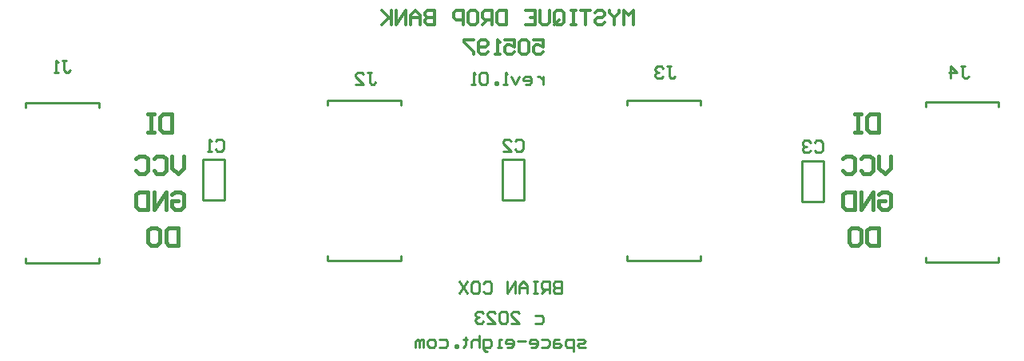
<source format=gbo>
%FSLAX25Y25*%
%MOIN*%
G70*
G01*
G75*
G04 Layer_Color=33789*
%ADD10R,0.05906X0.05906*%
%ADD11R,0.05906X0.05906*%
%ADD12C,0.02500*%
%ADD13C,0.16500*%
%ADD14C,0.04000*%
%ADD15R,0.17716X0.12205*%
%ADD16R,0.08000X0.05000*%
%ADD17C,0.05000*%
%ADD18C,0.01000*%
%ADD19C,0.01200*%
%ADD20C,0.01500*%
D18*
X1309441Y913122D02*
Y915091D01*
X1339953D01*
Y913122D02*
Y915091D01*
X1309441Y848161D02*
Y850130D01*
Y848161D02*
X1339953D01*
Y850130D01*
X1184941Y913622D02*
Y915591D01*
X1215453D01*
Y913622D02*
Y915591D01*
X1184941Y848661D02*
Y850630D01*
Y848661D02*
X1215453D01*
Y850630D01*
X1059941Y913622D02*
Y915591D01*
X1090453D01*
Y913622D02*
Y915591D01*
X1059941Y848661D02*
Y850630D01*
Y848661D02*
X1090453D01*
Y850630D01*
X933941Y912622D02*
Y914591D01*
X964453D01*
Y912622D02*
Y914591D01*
X933941Y847661D02*
Y849630D01*
Y847661D02*
X964453D01*
Y849630D01*
X1257984Y873484D02*
Y890516D01*
X1267016D01*
Y873484D02*
Y890516D01*
X1257984Y873484D02*
X1267016D01*
X1007984Y873984D02*
Y891016D01*
X1017016D01*
Y873984D02*
Y891016D01*
X1007984Y873984D02*
X1017016D01*
X1132984D02*
Y891016D01*
X1142016D01*
Y873984D02*
Y891016D01*
X1132984Y873984D02*
X1142016D01*
X1013168Y898665D02*
X1014001Y899498D01*
X1015667D01*
X1016500Y898665D01*
Y895333D01*
X1015667Y894500D01*
X1014001D01*
X1013168Y895333D01*
X1011502Y894500D02*
X1009836D01*
X1010669D01*
Y899498D01*
X1011502Y898665D01*
X1263168Y898165D02*
X1264001Y898998D01*
X1265667D01*
X1266500Y898165D01*
Y894833D01*
X1265667Y894000D01*
X1264001D01*
X1263168Y894833D01*
X1261502Y898165D02*
X1260669Y898998D01*
X1259002D01*
X1258169Y898165D01*
Y897332D01*
X1259002Y896499D01*
X1259836D01*
X1259002D01*
X1258169Y895666D01*
Y894833D01*
X1259002Y894000D01*
X1260669D01*
X1261502Y894833D01*
X949168Y932498D02*
X950834D01*
X950001D01*
Y928333D01*
X950834Y927500D01*
X951667D01*
X952500Y928333D01*
X947502Y927500D02*
X945835D01*
X946669D01*
Y932498D01*
X947502Y931665D01*
X1076668Y927498D02*
X1078334D01*
X1077501D01*
Y923333D01*
X1078334Y922500D01*
X1079167D01*
X1080000Y923333D01*
X1071669Y922500D02*
X1075002D01*
X1071669Y925832D01*
Y926665D01*
X1072502Y927498D01*
X1074169D01*
X1075002Y926665D01*
X1201668Y929998D02*
X1203334D01*
X1202501D01*
Y925833D01*
X1203334Y925000D01*
X1204167D01*
X1205000Y925833D01*
X1200002Y929165D02*
X1199169Y929998D01*
X1197502D01*
X1196669Y929165D01*
Y928332D01*
X1197502Y927499D01*
X1198335D01*
X1197502D01*
X1196669Y926666D01*
Y925833D01*
X1197502Y925000D01*
X1199169D01*
X1200002Y925833D01*
X1324168Y929998D02*
X1325834D01*
X1325001D01*
Y925833D01*
X1325834Y925000D01*
X1326667D01*
X1327500Y925833D01*
X1320002Y925000D02*
Y929998D01*
X1322502Y927499D01*
X1319169D01*
X1138168Y898665D02*
X1139001Y899498D01*
X1140667D01*
X1141500Y898665D01*
Y895333D01*
X1140667Y894500D01*
X1139001D01*
X1138168Y895333D01*
X1133169Y894500D02*
X1136502D01*
X1133169Y897832D01*
Y898665D01*
X1134002Y899498D01*
X1135669D01*
X1136502Y898665D01*
X1167500Y812500D02*
X1165001D01*
X1164168Y813333D01*
X1165001Y814166D01*
X1166667D01*
X1167500Y814999D01*
X1166667Y815832D01*
X1164168D01*
X1162502Y810834D02*
Y815832D01*
X1160002D01*
X1159169Y814999D01*
Y813333D01*
X1160002Y812500D01*
X1162502D01*
X1156670Y815832D02*
X1155004D01*
X1154171Y814999D01*
Y812500D01*
X1156670D01*
X1157503Y813333D01*
X1156670Y814166D01*
X1154171D01*
X1149173Y815832D02*
X1151672D01*
X1152505Y814999D01*
Y813333D01*
X1151672Y812500D01*
X1149173D01*
X1145007D02*
X1146673D01*
X1147507Y813333D01*
Y814999D01*
X1146673Y815832D01*
X1145007D01*
X1144174Y814999D01*
Y814166D01*
X1147507D01*
X1142508Y814999D02*
X1139176D01*
X1135011Y812500D02*
X1136677D01*
X1137510Y813333D01*
Y814999D01*
X1136677Y815832D01*
X1135011D01*
X1134177Y814999D01*
Y814166D01*
X1137510D01*
X1132511Y812500D02*
X1130845D01*
X1131678D01*
Y815832D01*
X1132511D01*
X1126680Y810834D02*
X1125847D01*
X1125014Y811667D01*
Y815832D01*
X1127513D01*
X1128346Y814999D01*
Y813333D01*
X1127513Y812500D01*
X1125014D01*
X1123348Y817498D02*
Y812500D01*
Y814999D01*
X1122515Y815832D01*
X1120848D01*
X1120015Y814999D01*
Y812500D01*
X1117516Y816665D02*
Y815832D01*
X1118349D01*
X1116683D01*
X1117516D01*
Y813333D01*
X1116683Y812500D01*
X1114184D02*
Y813333D01*
X1113351D01*
Y812500D01*
X1114184D01*
X1106686Y815832D02*
X1109186D01*
X1110019Y814999D01*
Y813333D01*
X1109186Y812500D01*
X1106686D01*
X1104187D02*
X1102521D01*
X1101688Y813333D01*
Y814999D01*
X1102521Y815832D01*
X1104187D01*
X1105020Y814999D01*
Y813333D01*
X1104187Y812500D01*
X1100022D02*
Y815832D01*
X1099189D01*
X1098356Y814999D01*
Y812500D01*
Y814999D01*
X1097523Y815832D01*
X1096690Y814999D01*
Y812500D01*
X1150000Y925832D02*
Y922500D01*
Y924166D01*
X1149167Y924999D01*
X1148334Y925832D01*
X1147501D01*
X1142502Y922500D02*
X1144169D01*
X1145002Y923333D01*
Y924999D01*
X1144169Y925832D01*
X1142502D01*
X1141669Y924999D01*
Y924166D01*
X1145002D01*
X1140003Y925832D02*
X1138337Y922500D01*
X1136671Y925832D01*
X1135005Y922500D02*
X1133339D01*
X1134172D01*
Y927498D01*
X1135005Y926665D01*
X1130840Y922500D02*
Y923333D01*
X1130007D01*
Y922500D01*
X1130840D01*
X1126674Y926665D02*
X1125841Y927498D01*
X1124175D01*
X1123342Y926665D01*
Y923333D01*
X1124175Y922500D01*
X1125841D01*
X1126674Y923333D01*
Y926665D01*
X1121676Y922500D02*
X1120010D01*
X1120843D01*
Y927498D01*
X1121676Y926665D01*
X1157500Y839998D02*
Y835000D01*
X1155001D01*
X1154168Y835833D01*
Y836666D01*
X1155001Y837499D01*
X1157500D01*
X1155001D01*
X1154168Y838332D01*
Y839165D01*
X1155001Y839998D01*
X1157500D01*
X1152502Y835000D02*
Y839998D01*
X1150002D01*
X1149169Y839165D01*
Y837499D01*
X1150002Y836666D01*
X1152502D01*
X1150836D02*
X1149169Y835000D01*
X1147503Y839998D02*
X1145837D01*
X1146670D01*
Y835000D01*
X1147503D01*
X1145837D01*
X1143338D02*
Y838332D01*
X1141672Y839998D01*
X1140006Y838332D01*
Y835000D01*
Y837499D01*
X1143338D01*
X1138340Y835000D02*
Y839998D01*
X1135007Y835000D01*
Y839998D01*
X1125010Y839165D02*
X1125844Y839998D01*
X1127510D01*
X1128343Y839165D01*
Y835833D01*
X1127510Y835000D01*
X1125844D01*
X1125010Y835833D01*
X1120845Y839998D02*
X1122511D01*
X1123344Y839165D01*
Y835833D01*
X1122511Y835000D01*
X1120845D01*
X1120012Y835833D01*
Y839165D01*
X1120845Y839998D01*
X1118346D02*
X1115014Y835000D01*
Y839998D02*
X1118346Y835000D01*
X1146668Y825832D02*
X1149167D01*
X1150000Y824999D01*
Y823333D01*
X1149167Y822500D01*
X1146668D01*
X1136671D02*
X1140003D01*
X1136671Y825832D01*
Y826665D01*
X1137504Y827498D01*
X1139170D01*
X1140003Y826665D01*
X1135005D02*
X1134172Y827498D01*
X1132506D01*
X1131673Y826665D01*
Y823333D01*
X1132506Y822500D01*
X1134172D01*
X1135005Y823333D01*
Y826665D01*
X1126674Y822500D02*
X1130007D01*
X1126674Y825832D01*
Y826665D01*
X1127507Y827498D01*
X1129173D01*
X1130007Y826665D01*
X1125008D02*
X1124175Y827498D01*
X1122509D01*
X1121676Y826665D01*
Y825832D01*
X1122509Y824999D01*
X1123342D01*
X1122509D01*
X1121676Y824166D01*
Y823333D01*
X1122509Y822500D01*
X1124175D01*
X1125008Y823333D01*
D19*
X1187500Y947500D02*
Y953498D01*
X1185501Y951499D01*
X1183501Y953498D01*
Y947500D01*
X1181502Y953498D02*
Y952498D01*
X1179503Y950499D01*
X1177503Y952498D01*
Y953498D01*
X1179503Y950499D02*
Y947500D01*
X1171505Y952498D02*
X1172505Y953498D01*
X1174504D01*
X1175504Y952498D01*
Y951499D01*
X1174504Y950499D01*
X1172505D01*
X1171505Y949499D01*
Y948500D01*
X1172505Y947500D01*
X1174504D01*
X1175504Y948500D01*
X1169506Y953498D02*
X1165507D01*
X1167507D01*
Y947500D01*
X1163508Y953498D02*
X1161508D01*
X1162508D01*
Y947500D01*
X1163508D01*
X1161508D01*
X1154511Y948500D02*
Y952498D01*
X1155510Y953498D01*
X1157510D01*
X1158509Y952498D01*
Y948500D01*
X1157510Y947500D01*
X1155510D01*
X1156510Y949499D02*
X1154511Y947500D01*
X1155510D02*
X1154511Y948500D01*
X1152511Y953498D02*
Y948500D01*
X1151512Y947500D01*
X1149512D01*
X1148513Y948500D01*
Y953498D01*
X1142515D02*
X1146513D01*
Y947500D01*
X1142515D01*
X1146513Y950499D02*
X1144514D01*
X1134517Y953498D02*
Y947500D01*
X1131518D01*
X1130518Y948500D01*
Y952498D01*
X1131518Y953498D01*
X1134517D01*
X1128519Y947500D02*
Y953498D01*
X1125520D01*
X1124520Y952498D01*
Y950499D01*
X1125520Y949499D01*
X1128519D01*
X1126520D02*
X1124520Y947500D01*
X1119522Y953498D02*
X1121521D01*
X1122521Y952498D01*
Y948500D01*
X1121521Y947500D01*
X1119522D01*
X1118522Y948500D01*
Y952498D01*
X1119522Y953498D01*
X1116523Y947500D02*
Y953498D01*
X1113524D01*
X1112524Y952498D01*
Y950499D01*
X1113524Y949499D01*
X1116523D01*
X1104527Y953498D02*
Y947500D01*
X1101528D01*
X1100528Y948500D01*
Y949499D01*
X1101528Y950499D01*
X1104527D01*
X1101528D01*
X1100528Y951499D01*
Y952498D01*
X1101528Y953498D01*
X1104527D01*
X1098529Y947500D02*
Y951499D01*
X1096529Y953498D01*
X1094530Y951499D01*
Y947500D01*
Y950499D01*
X1098529D01*
X1092531Y947500D02*
Y953498D01*
X1088532Y947500D01*
Y953498D01*
X1086533D02*
Y947500D01*
Y949499D01*
X1082534Y953498D01*
X1085533Y950499D01*
X1082534Y947500D01*
X1146001Y940998D02*
X1150000D01*
Y937999D01*
X1148001Y938999D01*
X1147001D01*
X1146001Y937999D01*
Y936000D01*
X1147001Y935000D01*
X1149000D01*
X1150000Y936000D01*
X1144002Y939998D02*
X1143002Y940998D01*
X1141003D01*
X1140003Y939998D01*
Y936000D01*
X1141003Y935000D01*
X1143002D01*
X1144002Y936000D01*
Y939998D01*
X1134005Y940998D02*
X1138004D01*
Y937999D01*
X1136005Y938999D01*
X1135005D01*
X1134005Y937999D01*
Y936000D01*
X1135005Y935000D01*
X1137004D01*
X1138004Y936000D01*
X1132006Y935000D02*
X1130007D01*
X1131006D01*
Y940998D01*
X1132006Y939998D01*
X1127007Y936000D02*
X1126008Y935000D01*
X1124008D01*
X1123009Y936000D01*
Y939998D01*
X1124008Y940998D01*
X1126008D01*
X1127007Y939998D01*
Y938999D01*
X1126008Y937999D01*
X1123009D01*
X1121009Y940998D02*
X1117011D01*
Y939998D01*
X1121009Y936000D01*
Y935000D01*
D20*
X997500Y862498D02*
Y855000D01*
X993751D01*
X992502Y856250D01*
Y861248D01*
X993751Y862498D01*
X997500D01*
X986254D02*
X988753D01*
X990002Y861248D01*
Y856250D01*
X988753Y855000D01*
X986254D01*
X985004Y856250D01*
Y861248D01*
X986254Y862498D01*
X1000000Y892498D02*
Y887499D01*
X997501Y885000D01*
X995002Y887499D01*
Y892498D01*
X987504Y891248D02*
X988754Y892498D01*
X991253D01*
X992502Y891248D01*
Y886250D01*
X991253Y885000D01*
X988754D01*
X987504Y886250D01*
X980007Y891248D02*
X981256Y892498D01*
X983755D01*
X985005Y891248D01*
Y886250D01*
X983755Y885000D01*
X981256D01*
X980007Y886250D01*
X995002Y876248D02*
X996251Y877498D01*
X998750D01*
X1000000Y876248D01*
Y871250D01*
X998750Y870000D01*
X996251D01*
X995002Y871250D01*
Y873749D01*
X997501D01*
X992502Y870000D02*
Y877498D01*
X987504Y870000D01*
Y877498D01*
X985005D02*
Y870000D01*
X981256D01*
X980007Y871250D01*
Y876248D01*
X981256Y877498D01*
X985005D01*
X995000Y909998D02*
Y902500D01*
X991251D01*
X990002Y903750D01*
Y908748D01*
X991251Y909998D01*
X995000D01*
X987502D02*
X985003D01*
X986253D01*
Y902500D01*
X987502D01*
X985003D01*
X1290000Y909998D02*
Y902500D01*
X1286251D01*
X1285002Y903750D01*
Y908748D01*
X1286251Y909998D01*
X1290000D01*
X1282502D02*
X1280003D01*
X1281253D01*
Y902500D01*
X1282502D01*
X1280003D01*
X1290002Y876248D02*
X1291251Y877498D01*
X1293750D01*
X1295000Y876248D01*
Y871250D01*
X1293750Y870000D01*
X1291251D01*
X1290002Y871250D01*
Y873749D01*
X1292501D01*
X1287502Y870000D02*
Y877498D01*
X1282504Y870000D01*
Y877498D01*
X1280005D02*
Y870000D01*
X1276256D01*
X1275006Y871250D01*
Y876248D01*
X1276256Y877498D01*
X1280005D01*
X1295000Y892498D02*
Y887499D01*
X1292501Y885000D01*
X1290002Y887499D01*
Y892498D01*
X1282504Y891248D02*
X1283754Y892498D01*
X1286253D01*
X1287502Y891248D01*
Y886250D01*
X1286253Y885000D01*
X1283754D01*
X1282504Y886250D01*
X1275006Y891248D02*
X1276256Y892498D01*
X1278755D01*
X1280005Y891248D01*
Y886250D01*
X1278755Y885000D01*
X1276256D01*
X1275006Y886250D01*
X1290000Y862498D02*
Y855000D01*
X1286251D01*
X1285002Y856250D01*
Y861248D01*
X1286251Y862498D01*
X1290000D01*
X1278754D02*
X1281253D01*
X1282502Y861248D01*
Y856250D01*
X1281253Y855000D01*
X1278754D01*
X1277504Y856250D01*
Y861248D01*
X1278754Y862498D01*
M02*

</source>
